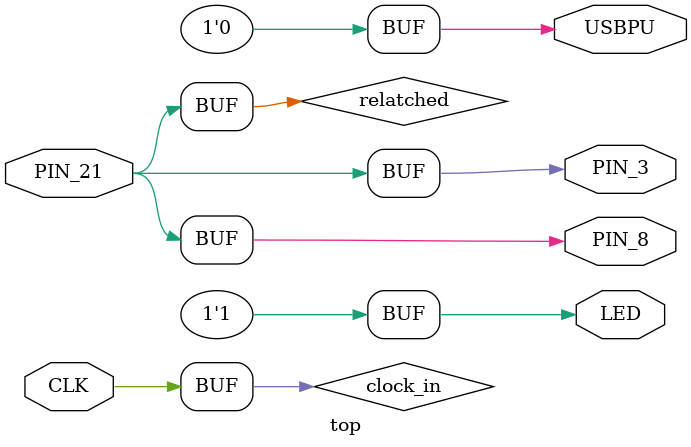
<source format=v>
/* Countermeasure.v

   Simple example countermeasure using TinyFPGA BX.

*/

module top (
   input  CLK,   // 16 MHz on-board clock
   output LED,   // on-board LED
   output USBPU,  // USB pull-up enable, set low to disable

   input PIN_21, //TDO input (from target)
   output PIN_8, //TDO output (to attacker)
   output PIN_3 //debug


   );

    /**
    * PLL configuration
    *
    * This Verilog module was generated automatically
    * using the icepll tool from the IceStorm project.
    * Use at your own risk.
    *
    * Given input frequency:        16.000 MHz
    * Requested output frequency:  150.000 MHz
    * Achieved output frequency:   148.000 MHz
    */
    wire clock_in;
    wire clock_out;
    wire locked;
    SB_PLL40_CORE #(
                    .FEEDBACK_PATH("SIMPLE"),
/*
                     //Settings for 148 MHz
                    .DIVR(4'b0000),         // DIVR =  0
                    .DIVF(7'b0100100),      // DIVF = 36
                    .DIVQ(3'b010),          // DIVQ =  2
*/


                     //Settings for 50 MHz
                    .DIVR(4'b0000),         // DIVR =  0
                    .DIVF(7'b0110001),      // DIVF = 49
                    .DIVQ(3'b100),          // DIVQ =  4


                    .FILTER_RANGE(3'b001)   // FILTER_RANGE = 1
            ) uut (
                    .LOCK(locked),
                    .RESETB(1'b1),
                    .BYPASS(1'b0),
                    .REFERENCECLK(clock_in),
                    .PLLOUTCORE(clock_out)
                    );


  reg relatched;
  wire clock;

  //PLL connection
  assign clock_in = CLK;
  assign clock = clock_out;

  //Countermeasure OFF - uncomment this block
  assign relatched = PIN_21;

  //Countermeasure ON - uncomment this block
  //always @(posedge clock) relatched <= PIN_21;

   assign PIN_8 = relatched;
   assign PIN_3 = relatched;


   assign LED = 1'b1;  // Set LED on
   assign USBPU = 1'b0;   // disable USB
endmodule  // top

</source>
